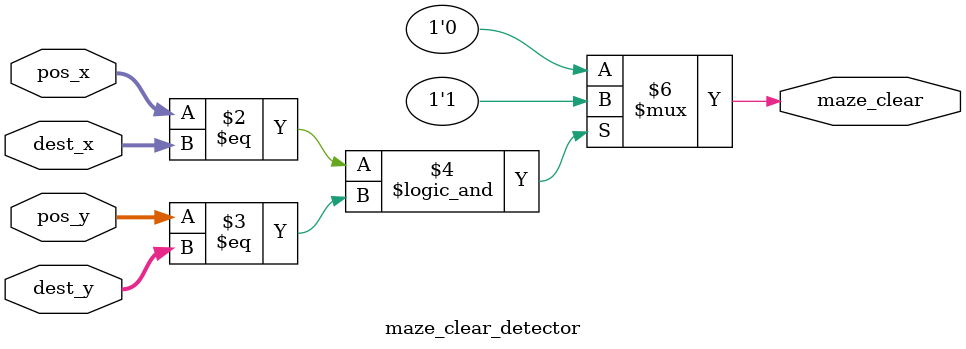
<source format=sv>
/*
    Module: maze_clear_detector.sv
    Description:
        Detect whether the mazer location and the destination match,
    if match send the maze_clear signal to high
*/
`define SELECT 6'b000001
`define UP 6'b000010
`define RIGHT 6'b000100
`define DOWN 6'b001000
`define LEFT 6'b010000
`define BACK 6'b100000
`define NO_PRESS 6'b000000

module maze_clear_detector(
    input logic [2:0] pos_x,
    input logic [2:0] pos_y,
    input logic [2:0] dest_x,
    input logic [2:0] dest_y,
    output logic maze_clear
);

    always_comb begin
        if(pos_x == dest_x && pos_y == dest_y) begin
            maze_clear = 1'b1;
        end else begin
            maze_clear = 1'b0;
        end
    end
endmodule
</source>
